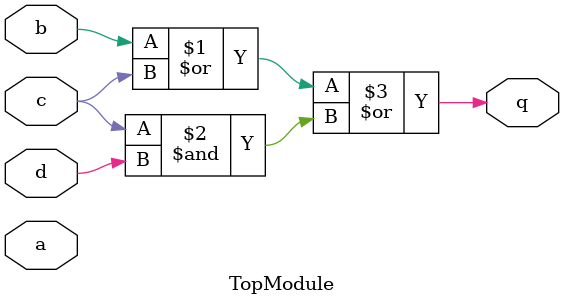
<source format=sv>
module TopModule (
    input wire a,  // 1-bit unsigned input
    input wire b,  // 1-bit unsigned input
    input wire c,  // 1-bit unsigned input
    input wire d,  // 1-bit unsigned input
    output wire q  // 1-bit unsigned output
);

    assign q = (b | c) | (c & d);

endmodule
</source>
